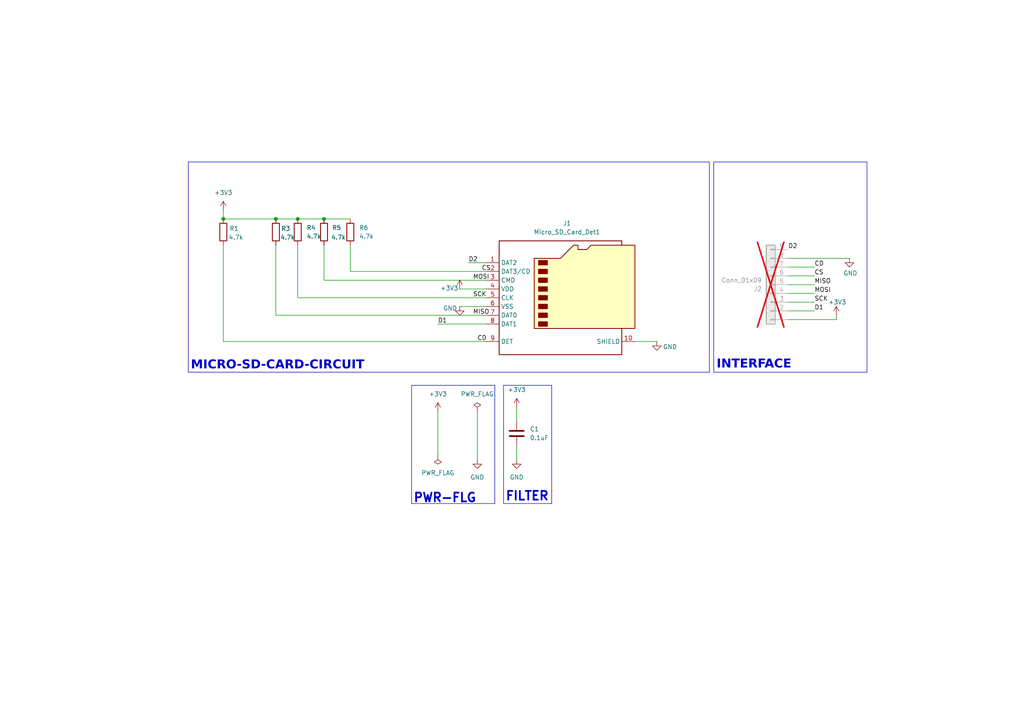
<source format=kicad_sch>
(kicad_sch
	(version 20250114)
	(generator "eeschema")
	(generator_version "9.0")
	(uuid "1e0fc3b1-6436-4547-9cb4-7d342b86d183")
	(paper "A4")
	(title_block
		(title "PCBCUPID-MICRO-SD-CARD")
		(date "2024-10-23")
		(rev "V1")
		(company "PCBCUPID")
		(comment 1 "REVIEW : SRINIVASAN M ")
		(comment 2 "AUTHOR : KARTHICK R")
	)
	(lib_symbols
		(symbol "Connector:Micro_SD_Card_Det1"
			(exclude_from_sim no)
			(in_bom yes)
			(on_board yes)
			(property "Reference" "J"
				(at -16.51 17.78 0)
				(effects
					(font
						(size 1.27 1.27)
					)
				)
			)
			(property "Value" "Micro_SD_Card_Det1"
				(at 16.51 17.78 0)
				(effects
					(font
						(size 1.27 1.27)
					)
					(justify right)
				)
			)
			(property "Footprint" ""
				(at 52.07 17.78 0)
				(effects
					(font
						(size 1.27 1.27)
					)
					(hide yes)
				)
			)
			(property "Datasheet" "https://datasheet.lcsc.com/lcsc/2110151630_XKB-Connectivity-XKTF-015-N_C381082.pdf"
				(at 0 2.54 0)
				(effects
					(font
						(size 1.27 1.27)
					)
					(hide yes)
				)
			)
			(property "Description" "Micro SD Card Socket with one card detection pin"
				(at 0 0 0)
				(effects
					(font
						(size 1.27 1.27)
					)
					(hide yes)
				)
			)
			(property "ki_keywords" "connector SD microsd"
				(at 0 0 0)
				(effects
					(font
						(size 1.27 1.27)
					)
					(hide yes)
				)
			)
			(property "ki_fp_filters" "microSD*"
				(at 0 0 0)
				(effects
					(font
						(size 1.27 1.27)
					)
					(hide yes)
				)
			)
			(symbol "Micro_SD_Card_Det1_0_1"
				(polyline
					(pts
						(xy -8.89 -8.89) (xy -8.89 11.43) (xy -1.27 11.43) (xy 2.54 15.24) (xy 3.81 15.24) (xy 3.81 13.97)
						(xy 6.35 13.97) (xy 7.62 15.24) (xy 20.32 15.24) (xy 20.32 -8.89) (xy -8.89 -8.89)
					)
					(stroke
						(width 0.254)
						(type default)
					)
					(fill
						(type background)
					)
				)
				(rectangle
					(start -7.62 10.795)
					(end -5.08 9.525)
					(stroke
						(width 0.254)
						(type default)
					)
					(fill
						(type outline)
					)
				)
				(rectangle
					(start -7.62 8.255)
					(end -5.08 6.985)
					(stroke
						(width 0.254)
						(type default)
					)
					(fill
						(type outline)
					)
				)
				(rectangle
					(start -7.62 5.715)
					(end -5.08 4.445)
					(stroke
						(width 0.254)
						(type default)
					)
					(fill
						(type outline)
					)
				)
				(rectangle
					(start -7.62 3.175)
					(end -5.08 1.905)
					(stroke
						(width 0.254)
						(type default)
					)
					(fill
						(type outline)
					)
				)
				(rectangle
					(start -7.62 0.635)
					(end -5.08 -0.635)
					(stroke
						(width 0.254)
						(type default)
					)
					(fill
						(type outline)
					)
				)
				(rectangle
					(start -7.62 -1.905)
					(end -5.08 -3.175)
					(stroke
						(width 0.254)
						(type default)
					)
					(fill
						(type outline)
					)
				)
				(rectangle
					(start -7.62 -4.445)
					(end -5.08 -5.715)
					(stroke
						(width 0.254)
						(type default)
					)
					(fill
						(type outline)
					)
				)
				(rectangle
					(start -7.62 -6.985)
					(end -5.08 -8.255)
					(stroke
						(width 0.254)
						(type default)
					)
					(fill
						(type outline)
					)
				)
				(polyline
					(pts
						(xy 16.51 15.24) (xy 16.51 16.51) (xy -19.05 16.51) (xy -19.05 -16.51) (xy 16.51 -16.51) (xy 16.51 -8.89)
					)
					(stroke
						(width 0.254)
						(type default)
					)
					(fill
						(type none)
					)
				)
			)
			(symbol "Micro_SD_Card_Det1_1_1"
				(pin bidirectional line
					(at -22.86 10.16 0)
					(length 3.81)
					(name "DAT2"
						(effects
							(font
								(size 1.27 1.27)
							)
						)
					)
					(number "1"
						(effects
							(font
								(size 1.27 1.27)
							)
						)
					)
				)
				(pin bidirectional line
					(at -22.86 7.62 0)
					(length 3.81)
					(name "DAT3/CD"
						(effects
							(font
								(size 1.27 1.27)
							)
						)
					)
					(number "2"
						(effects
							(font
								(size 1.27 1.27)
							)
						)
					)
				)
				(pin input line
					(at -22.86 5.08 0)
					(length 3.81)
					(name "CMD"
						(effects
							(font
								(size 1.27 1.27)
							)
						)
					)
					(number "3"
						(effects
							(font
								(size 1.27 1.27)
							)
						)
					)
				)
				(pin power_in line
					(at -22.86 2.54 0)
					(length 3.81)
					(name "VDD"
						(effects
							(font
								(size 1.27 1.27)
							)
						)
					)
					(number "4"
						(effects
							(font
								(size 1.27 1.27)
							)
						)
					)
				)
				(pin input line
					(at -22.86 0 0)
					(length 3.81)
					(name "CLK"
						(effects
							(font
								(size 1.27 1.27)
							)
						)
					)
					(number "5"
						(effects
							(font
								(size 1.27 1.27)
							)
						)
					)
				)
				(pin power_in line
					(at -22.86 -2.54 0)
					(length 3.81)
					(name "VSS"
						(effects
							(font
								(size 1.27 1.27)
							)
						)
					)
					(number "6"
						(effects
							(font
								(size 1.27 1.27)
							)
						)
					)
				)
				(pin bidirectional line
					(at -22.86 -5.08 0)
					(length 3.81)
					(name "DAT0"
						(effects
							(font
								(size 1.27 1.27)
							)
						)
					)
					(number "7"
						(effects
							(font
								(size 1.27 1.27)
							)
						)
					)
				)
				(pin bidirectional line
					(at -22.86 -7.62 0)
					(length 3.81)
					(name "DAT1"
						(effects
							(font
								(size 1.27 1.27)
							)
						)
					)
					(number "8"
						(effects
							(font
								(size 1.27 1.27)
							)
						)
					)
				)
				(pin passive line
					(at -22.86 -12.7 0)
					(length 3.81)
					(name "DET"
						(effects
							(font
								(size 1.27 1.27)
							)
						)
					)
					(number "9"
						(effects
							(font
								(size 1.27 1.27)
							)
						)
					)
				)
				(pin passive line
					(at 20.32 -12.7 180)
					(length 3.81)
					(name "SHIELD"
						(effects
							(font
								(size 1.27 1.27)
							)
						)
					)
					(number "10"
						(effects
							(font
								(size 1.27 1.27)
							)
						)
					)
				)
			)
			(embedded_fonts no)
		)
		(symbol "Connector_Generic:Conn_01x09"
			(pin_names
				(offset 1.016)
				(hide yes)
			)
			(exclude_from_sim no)
			(in_bom yes)
			(on_board yes)
			(property "Reference" "J"
				(at 0 12.7 0)
				(effects
					(font
						(size 1.27 1.27)
					)
				)
			)
			(property "Value" "Conn_01x09"
				(at 0 -12.7 0)
				(effects
					(font
						(size 1.27 1.27)
					)
				)
			)
			(property "Footprint" ""
				(at 0 0 0)
				(effects
					(font
						(size 1.27 1.27)
					)
					(hide yes)
				)
			)
			(property "Datasheet" "~"
				(at 0 0 0)
				(effects
					(font
						(size 1.27 1.27)
					)
					(hide yes)
				)
			)
			(property "Description" "Generic connector, single row, 01x09, script generated (kicad-library-utils/schlib/autogen/connector/)"
				(at 0 0 0)
				(effects
					(font
						(size 1.27 1.27)
					)
					(hide yes)
				)
			)
			(property "ki_keywords" "connector"
				(at 0 0 0)
				(effects
					(font
						(size 1.27 1.27)
					)
					(hide yes)
				)
			)
			(property "ki_fp_filters" "Connector*:*_1x??_*"
				(at 0 0 0)
				(effects
					(font
						(size 1.27 1.27)
					)
					(hide yes)
				)
			)
			(symbol "Conn_01x09_1_1"
				(rectangle
					(start -1.27 11.43)
					(end 1.27 -11.43)
					(stroke
						(width 0.254)
						(type default)
					)
					(fill
						(type background)
					)
				)
				(rectangle
					(start -1.27 10.287)
					(end 0 10.033)
					(stroke
						(width 0.1524)
						(type default)
					)
					(fill
						(type none)
					)
				)
				(rectangle
					(start -1.27 7.747)
					(end 0 7.493)
					(stroke
						(width 0.1524)
						(type default)
					)
					(fill
						(type none)
					)
				)
				(rectangle
					(start -1.27 5.207)
					(end 0 4.953)
					(stroke
						(width 0.1524)
						(type default)
					)
					(fill
						(type none)
					)
				)
				(rectangle
					(start -1.27 2.667)
					(end 0 2.413)
					(stroke
						(width 0.1524)
						(type default)
					)
					(fill
						(type none)
					)
				)
				(rectangle
					(start -1.27 0.127)
					(end 0 -0.127)
					(stroke
						(width 0.1524)
						(type default)
					)
					(fill
						(type none)
					)
				)
				(rectangle
					(start -1.27 -2.413)
					(end 0 -2.667)
					(stroke
						(width 0.1524)
						(type default)
					)
					(fill
						(type none)
					)
				)
				(rectangle
					(start -1.27 -4.953)
					(end 0 -5.207)
					(stroke
						(width 0.1524)
						(type default)
					)
					(fill
						(type none)
					)
				)
				(rectangle
					(start -1.27 -7.493)
					(end 0 -7.747)
					(stroke
						(width 0.1524)
						(type default)
					)
					(fill
						(type none)
					)
				)
				(rectangle
					(start -1.27 -10.033)
					(end 0 -10.287)
					(stroke
						(width 0.1524)
						(type default)
					)
					(fill
						(type none)
					)
				)
				(pin passive line
					(at -5.08 10.16 0)
					(length 3.81)
					(name "Pin_1"
						(effects
							(font
								(size 1.27 1.27)
							)
						)
					)
					(number "1"
						(effects
							(font
								(size 1.27 1.27)
							)
						)
					)
				)
				(pin passive line
					(at -5.08 7.62 0)
					(length 3.81)
					(name "Pin_2"
						(effects
							(font
								(size 1.27 1.27)
							)
						)
					)
					(number "2"
						(effects
							(font
								(size 1.27 1.27)
							)
						)
					)
				)
				(pin passive line
					(at -5.08 5.08 0)
					(length 3.81)
					(name "Pin_3"
						(effects
							(font
								(size 1.27 1.27)
							)
						)
					)
					(number "3"
						(effects
							(font
								(size 1.27 1.27)
							)
						)
					)
				)
				(pin passive line
					(at -5.08 2.54 0)
					(length 3.81)
					(name "Pin_4"
						(effects
							(font
								(size 1.27 1.27)
							)
						)
					)
					(number "4"
						(effects
							(font
								(size 1.27 1.27)
							)
						)
					)
				)
				(pin passive line
					(at -5.08 0 0)
					(length 3.81)
					(name "Pin_5"
						(effects
							(font
								(size 1.27 1.27)
							)
						)
					)
					(number "5"
						(effects
							(font
								(size 1.27 1.27)
							)
						)
					)
				)
				(pin passive line
					(at -5.08 -2.54 0)
					(length 3.81)
					(name "Pin_6"
						(effects
							(font
								(size 1.27 1.27)
							)
						)
					)
					(number "6"
						(effects
							(font
								(size 1.27 1.27)
							)
						)
					)
				)
				(pin passive line
					(at -5.08 -5.08 0)
					(length 3.81)
					(name "Pin_7"
						(effects
							(font
								(size 1.27 1.27)
							)
						)
					)
					(number "7"
						(effects
							(font
								(size 1.27 1.27)
							)
						)
					)
				)
				(pin passive line
					(at -5.08 -7.62 0)
					(length 3.81)
					(name "Pin_8"
						(effects
							(font
								(size 1.27 1.27)
							)
						)
					)
					(number "8"
						(effects
							(font
								(size 1.27 1.27)
							)
						)
					)
				)
				(pin passive line
					(at -5.08 -10.16 0)
					(length 3.81)
					(name "Pin_9"
						(effects
							(font
								(size 1.27 1.27)
							)
						)
					)
					(number "9"
						(effects
							(font
								(size 1.27 1.27)
							)
						)
					)
				)
			)
			(embedded_fonts no)
		)
		(symbol "Device:C"
			(pin_numbers
				(hide yes)
			)
			(pin_names
				(offset 0.254)
			)
			(exclude_from_sim no)
			(in_bom yes)
			(on_board yes)
			(property "Reference" "C"
				(at 0.635 2.54 0)
				(effects
					(font
						(size 1.27 1.27)
					)
					(justify left)
				)
			)
			(property "Value" "C"
				(at 0.635 -2.54 0)
				(effects
					(font
						(size 1.27 1.27)
					)
					(justify left)
				)
			)
			(property "Footprint" ""
				(at 0.9652 -3.81 0)
				(effects
					(font
						(size 1.27 1.27)
					)
					(hide yes)
				)
			)
			(property "Datasheet" "~"
				(at 0 0 0)
				(effects
					(font
						(size 1.27 1.27)
					)
					(hide yes)
				)
			)
			(property "Description" "Unpolarized capacitor"
				(at 0 0 0)
				(effects
					(font
						(size 1.27 1.27)
					)
					(hide yes)
				)
			)
			(property "ki_keywords" "cap capacitor"
				(at 0 0 0)
				(effects
					(font
						(size 1.27 1.27)
					)
					(hide yes)
				)
			)
			(property "ki_fp_filters" "C_*"
				(at 0 0 0)
				(effects
					(font
						(size 1.27 1.27)
					)
					(hide yes)
				)
			)
			(symbol "C_0_1"
				(polyline
					(pts
						(xy -2.032 0.762) (xy 2.032 0.762)
					)
					(stroke
						(width 0.508)
						(type default)
					)
					(fill
						(type none)
					)
				)
				(polyline
					(pts
						(xy -2.032 -0.762) (xy 2.032 -0.762)
					)
					(stroke
						(width 0.508)
						(type default)
					)
					(fill
						(type none)
					)
				)
			)
			(symbol "C_1_1"
				(pin passive line
					(at 0 3.81 270)
					(length 2.794)
					(name "~"
						(effects
							(font
								(size 1.27 1.27)
							)
						)
					)
					(number "1"
						(effects
							(font
								(size 1.27 1.27)
							)
						)
					)
				)
				(pin passive line
					(at 0 -3.81 90)
					(length 2.794)
					(name "~"
						(effects
							(font
								(size 1.27 1.27)
							)
						)
					)
					(number "2"
						(effects
							(font
								(size 1.27 1.27)
							)
						)
					)
				)
			)
			(embedded_fonts no)
		)
		(symbol "Device:R"
			(pin_numbers
				(hide yes)
			)
			(pin_names
				(offset 0)
			)
			(exclude_from_sim no)
			(in_bom yes)
			(on_board yes)
			(property "Reference" "R"
				(at 2.032 0 90)
				(effects
					(font
						(size 1.27 1.27)
					)
				)
			)
			(property "Value" "R"
				(at 0 0 90)
				(effects
					(font
						(size 1.27 1.27)
					)
				)
			)
			(property "Footprint" ""
				(at -1.778 0 90)
				(effects
					(font
						(size 1.27 1.27)
					)
					(hide yes)
				)
			)
			(property "Datasheet" "~"
				(at 0 0 0)
				(effects
					(font
						(size 1.27 1.27)
					)
					(hide yes)
				)
			)
			(property "Description" "Resistor"
				(at 0 0 0)
				(effects
					(font
						(size 1.27 1.27)
					)
					(hide yes)
				)
			)
			(property "ki_keywords" "R res resistor"
				(at 0 0 0)
				(effects
					(font
						(size 1.27 1.27)
					)
					(hide yes)
				)
			)
			(property "ki_fp_filters" "R_*"
				(at 0 0 0)
				(effects
					(font
						(size 1.27 1.27)
					)
					(hide yes)
				)
			)
			(symbol "R_0_1"
				(rectangle
					(start -1.016 -2.54)
					(end 1.016 2.54)
					(stroke
						(width 0.254)
						(type default)
					)
					(fill
						(type none)
					)
				)
			)
			(symbol "R_1_1"
				(pin passive line
					(at 0 3.81 270)
					(length 1.27)
					(name "~"
						(effects
							(font
								(size 1.27 1.27)
							)
						)
					)
					(number "1"
						(effects
							(font
								(size 1.27 1.27)
							)
						)
					)
				)
				(pin passive line
					(at 0 -3.81 90)
					(length 1.27)
					(name "~"
						(effects
							(font
								(size 1.27 1.27)
							)
						)
					)
					(number "2"
						(effects
							(font
								(size 1.27 1.27)
							)
						)
					)
				)
			)
			(embedded_fonts no)
		)
		(symbol "power:+3V3"
			(power)
			(pin_numbers
				(hide yes)
			)
			(pin_names
				(offset 0)
				(hide yes)
			)
			(exclude_from_sim no)
			(in_bom yes)
			(on_board yes)
			(property "Reference" "#PWR"
				(at 0 -3.81 0)
				(effects
					(font
						(size 1.27 1.27)
					)
					(hide yes)
				)
			)
			(property "Value" "+3V3"
				(at 0 3.556 0)
				(effects
					(font
						(size 1.27 1.27)
					)
				)
			)
			(property "Footprint" ""
				(at 0 0 0)
				(effects
					(font
						(size 1.27 1.27)
					)
					(hide yes)
				)
			)
			(property "Datasheet" ""
				(at 0 0 0)
				(effects
					(font
						(size 1.27 1.27)
					)
					(hide yes)
				)
			)
			(property "Description" "Power symbol creates a global label with name \"+3V3\""
				(at 0 0 0)
				(effects
					(font
						(size 1.27 1.27)
					)
					(hide yes)
				)
			)
			(property "ki_keywords" "global power"
				(at 0 0 0)
				(effects
					(font
						(size 1.27 1.27)
					)
					(hide yes)
				)
			)
			(symbol "+3V3_0_1"
				(polyline
					(pts
						(xy -0.762 1.27) (xy 0 2.54)
					)
					(stroke
						(width 0)
						(type default)
					)
					(fill
						(type none)
					)
				)
				(polyline
					(pts
						(xy 0 2.54) (xy 0.762 1.27)
					)
					(stroke
						(width 0)
						(type default)
					)
					(fill
						(type none)
					)
				)
				(polyline
					(pts
						(xy 0 0) (xy 0 2.54)
					)
					(stroke
						(width 0)
						(type default)
					)
					(fill
						(type none)
					)
				)
			)
			(symbol "+3V3_1_1"
				(pin power_in line
					(at 0 0 90)
					(length 0)
					(name "~"
						(effects
							(font
								(size 1.27 1.27)
							)
						)
					)
					(number "1"
						(effects
							(font
								(size 1.27 1.27)
							)
						)
					)
				)
			)
			(embedded_fonts no)
		)
		(symbol "power:GND"
			(power)
			(pin_numbers
				(hide yes)
			)
			(pin_names
				(offset 0)
				(hide yes)
			)
			(exclude_from_sim no)
			(in_bom yes)
			(on_board yes)
			(property "Reference" "#PWR"
				(at 0 -6.35 0)
				(effects
					(font
						(size 1.27 1.27)
					)
					(hide yes)
				)
			)
			(property "Value" "GND"
				(at 0 -3.81 0)
				(effects
					(font
						(size 1.27 1.27)
					)
				)
			)
			(property "Footprint" ""
				(at 0 0 0)
				(effects
					(font
						(size 1.27 1.27)
					)
					(hide yes)
				)
			)
			(property "Datasheet" ""
				(at 0 0 0)
				(effects
					(font
						(size 1.27 1.27)
					)
					(hide yes)
				)
			)
			(property "Description" "Power symbol creates a global label with name \"GND\" , ground"
				(at 0 0 0)
				(effects
					(font
						(size 1.27 1.27)
					)
					(hide yes)
				)
			)
			(property "ki_keywords" "global power"
				(at 0 0 0)
				(effects
					(font
						(size 1.27 1.27)
					)
					(hide yes)
				)
			)
			(symbol "GND_0_1"
				(polyline
					(pts
						(xy 0 0) (xy 0 -1.27) (xy 1.27 -1.27) (xy 0 -2.54) (xy -1.27 -1.27) (xy 0 -1.27)
					)
					(stroke
						(width 0)
						(type default)
					)
					(fill
						(type none)
					)
				)
			)
			(symbol "GND_1_1"
				(pin power_in line
					(at 0 0 270)
					(length 0)
					(name "~"
						(effects
							(font
								(size 1.27 1.27)
							)
						)
					)
					(number "1"
						(effects
							(font
								(size 1.27 1.27)
							)
						)
					)
				)
			)
			(embedded_fonts no)
		)
		(symbol "power:PWR_FLAG"
			(power)
			(pin_numbers
				(hide yes)
			)
			(pin_names
				(offset 0)
				(hide yes)
			)
			(exclude_from_sim no)
			(in_bom yes)
			(on_board yes)
			(property "Reference" "#FLG"
				(at 0 1.905 0)
				(effects
					(font
						(size 1.27 1.27)
					)
					(hide yes)
				)
			)
			(property "Value" "PWR_FLAG"
				(at 0 3.81 0)
				(effects
					(font
						(size 1.27 1.27)
					)
				)
			)
			(property "Footprint" ""
				(at 0 0 0)
				(effects
					(font
						(size 1.27 1.27)
					)
					(hide yes)
				)
			)
			(property "Datasheet" "~"
				(at 0 0 0)
				(effects
					(font
						(size 1.27 1.27)
					)
					(hide yes)
				)
			)
			(property "Description" "Special symbol for telling ERC where power comes from"
				(at 0 0 0)
				(effects
					(font
						(size 1.27 1.27)
					)
					(hide yes)
				)
			)
			(property "ki_keywords" "flag power"
				(at 0 0 0)
				(effects
					(font
						(size 1.27 1.27)
					)
					(hide yes)
				)
			)
			(symbol "PWR_FLAG_0_0"
				(pin power_out line
					(at 0 0 90)
					(length 0)
					(name "~"
						(effects
							(font
								(size 1.27 1.27)
							)
						)
					)
					(number "1"
						(effects
							(font
								(size 1.27 1.27)
							)
						)
					)
				)
			)
			(symbol "PWR_FLAG_0_1"
				(polyline
					(pts
						(xy 0 0) (xy 0 1.27) (xy -1.016 1.905) (xy 0 2.54) (xy 1.016 1.905) (xy 0 1.27)
					)
					(stroke
						(width 0)
						(type default)
					)
					(fill
						(type none)
					)
				)
			)
			(embedded_fonts no)
		)
	)
	(text "PWR-FLG"
		(exclude_from_sim no)
		(at 129.032 144.526 0)
		(effects
			(font
				(size 2.54 2.54)
				(thickness 0.508)
				(bold yes)
			)
		)
		(uuid "187c00ea-112d-4a2e-a15a-b7f52b8da40a")
	)
	(text "MICRO-SD-CARD-CIRCUIT"
		(exclude_from_sim no)
		(at 80.518 106.68 0)
		(effects
			(font
				(face "Lexend")
				(size 2.54 2.54)
				(thickness 0.508)
				(bold yes)
			)
		)
		(uuid "601181b0-69cb-462e-8c16-670055ce869a")
	)
	(text "INTERFACE"
		(exclude_from_sim no)
		(at 218.694 106.426 0)
		(effects
			(font
				(face "Lexend")
				(size 2.54 2.54)
				(thickness 0.254)
				(bold yes)
			)
		)
		(uuid "c07cb3e6-f88f-4f02-a196-ea6400eaac73")
	)
	(text "FILTER"
		(exclude_from_sim no)
		(at 152.908 144.018 0)
		(effects
			(font
				(size 2.54 2.54)
				(thickness 0.508)
				(bold yes)
			)
		)
		(uuid "ff9de06c-0a3d-4029-884d-cac305a96183")
	)
	(junction
		(at 64.77 63.5)
		(diameter 0)
		(color 0 0 0 0)
		(uuid "0765d465-ab73-4d59-b960-c32f3f4292b3")
	)
	(junction
		(at 86.36 63.5)
		(diameter 0)
		(color 0 0 0 0)
		(uuid "5e51e57d-0013-4404-ac3f-6e0ad4054f7b")
	)
	(junction
		(at 80.01 63.5)
		(diameter 0)
		(color 0 0 0 0)
		(uuid "804ebda1-e0b7-4dc9-8615-326443027551")
	)
	(junction
		(at 93.98 63.5)
		(diameter 0)
		(color 0 0 0 0)
		(uuid "f94a13c9-102e-45f9-b2a9-5572adf77c76")
	)
	(polyline
		(pts
			(xy 251.46 46.99) (xy 207.01 46.99)
		)
		(stroke
			(width 0)
			(type default)
		)
		(uuid "00db042e-b048-45fd-83cc-2e483da15163")
	)
	(wire
		(pts
			(xy 228.6 92.71) (xy 242.57 92.71)
		)
		(stroke
			(width 0)
			(type default)
		)
		(uuid "0a8a3c12-8804-4e97-b58a-3f60f8d74aaa")
	)
	(wire
		(pts
			(xy 236.22 87.63) (xy 228.6 87.63)
		)
		(stroke
			(width 0)
			(type default)
		)
		(uuid "0e0ccfa7-1e00-4b27-9ace-4a085a855ae4")
	)
	(wire
		(pts
			(xy 228.6 74.93) (xy 246.38 74.93)
		)
		(stroke
			(width 0)
			(type default)
		)
		(uuid "11598fca-dfca-489c-a39e-10ffc2bb848c")
	)
	(wire
		(pts
			(xy 236.22 85.09) (xy 228.6 85.09)
		)
		(stroke
			(width 0)
			(type default)
		)
		(uuid "12dd87fc-e2ce-48f4-aea6-b198a8586cc9")
	)
	(wire
		(pts
			(xy 236.22 77.47) (xy 228.6 77.47)
		)
		(stroke
			(width 0)
			(type default)
		)
		(uuid "138089a2-8348-4e44-bb98-bdb51fc6adee")
	)
	(polyline
		(pts
			(xy 207.01 46.99) (xy 207.01 48.26)
		)
		(stroke
			(width 0)
			(type default)
		)
		(uuid "1a2bacf0-397e-4f64-9ad9-8f8b118fe5f1")
	)
	(wire
		(pts
			(xy 135.89 76.2) (xy 140.97 76.2)
		)
		(stroke
			(width 0)
			(type default)
		)
		(uuid "257402bc-b6fb-464f-b5c9-b484c6e8fc02")
	)
	(polyline
		(pts
			(xy 54.61 46.99) (xy 205.74 46.99)
		)
		(stroke
			(width 0)
			(type default)
		)
		(uuid "2edd9735-b778-4370-814a-7463d84d09b2")
	)
	(polyline
		(pts
			(xy 119.38 111.76) (xy 119.38 146.05)
		)
		(stroke
			(width 0)
			(type default)
		)
		(uuid "30340239-746e-4d0c-af3a-ed9f39a43836")
	)
	(wire
		(pts
			(xy 86.36 63.5) (xy 93.98 63.5)
		)
		(stroke
			(width 0)
			(type default)
		)
		(uuid "351aec25-7414-484e-9828-27ca58a9f7b6")
	)
	(polyline
		(pts
			(xy 205.74 107.95) (xy 205.74 46.99)
		)
		(stroke
			(width 0)
			(type default)
		)
		(uuid "3c983b42-7789-4d3b-894a-fa837efb8dd8")
	)
	(wire
		(pts
			(xy 101.6 78.74) (xy 101.6 71.12)
		)
		(stroke
			(width 0)
			(type default)
		)
		(uuid "3eb7fdc5-2883-40c6-996a-ddfc7977ac4c")
	)
	(wire
		(pts
			(xy 140.97 91.44) (xy 80.01 91.44)
		)
		(stroke
			(width 0)
			(type default)
		)
		(uuid "46c3054e-0871-4047-af57-90d9b828a51b")
	)
	(wire
		(pts
			(xy 80.01 63.5) (xy 86.36 63.5)
		)
		(stroke
			(width 0)
			(type default)
		)
		(uuid "4f560a7c-24e6-403e-9de3-723f8efc6d71")
	)
	(polyline
		(pts
			(xy 160.02 146.05) (xy 160.02 111.76)
		)
		(stroke
			(width 0)
			(type default)
		)
		(uuid "4f7fae9b-5e22-4745-8238-20a2f56c5498")
	)
	(polyline
		(pts
			(xy 143.51 111.76) (xy 143.51 146.05)
		)
		(stroke
			(width 0)
			(type default)
		)
		(uuid "5122f905-b391-4caf-8758-23407970deb3")
	)
	(wire
		(pts
			(xy 140.97 86.36) (xy 86.36 86.36)
		)
		(stroke
			(width 0)
			(type default)
		)
		(uuid "5cb1a1fb-a64d-4bf5-b397-1c21138419ca")
	)
	(wire
		(pts
			(xy 93.98 63.5) (xy 101.6 63.5)
		)
		(stroke
			(width 0)
			(type default)
		)
		(uuid "5f91dce8-b787-42f3-b27f-fd5b14979a52")
	)
	(polyline
		(pts
			(xy 207.01 107.95) (xy 251.46 107.95)
		)
		(stroke
			(width 0)
			(type default)
		)
		(uuid "60756197-80e5-4e04-be29-3292aa1cdd2f")
	)
	(polyline
		(pts
			(xy 207.01 48.26) (xy 207.01 107.95)
		)
		(stroke
			(width 0)
			(type default)
		)
		(uuid "61f775d7-d8be-4a79-bc8a-ce143ce385ee")
	)
	(polyline
		(pts
			(xy 146.05 111.76) (xy 146.05 146.05)
		)
		(stroke
			(width 0)
			(type default)
		)
		(uuid "63695874-8d09-40e5-b689-f2ddda83d3c1")
	)
	(wire
		(pts
			(xy 138.43 119.38) (xy 138.43 133.35)
		)
		(stroke
			(width 0)
			(type default)
		)
		(uuid "6542c4f6-1e48-4603-bc7c-099776ff818e")
	)
	(wire
		(pts
			(xy 133.35 83.82) (xy 140.97 83.82)
		)
		(stroke
			(width 0)
			(type default)
		)
		(uuid "6b47fbd1-8c5a-4eb5-bd7c-8a4dedf1881a")
	)
	(wire
		(pts
			(xy 64.77 63.5) (xy 80.01 63.5)
		)
		(stroke
			(width 0)
			(type default)
		)
		(uuid "70540946-401c-410a-9f8a-5190e4d83c24")
	)
	(wire
		(pts
			(xy 86.36 86.36) (xy 86.36 71.12)
		)
		(stroke
			(width 0)
			(type default)
		)
		(uuid "70e91e13-388d-4098-86da-cd01c414c712")
	)
	(polyline
		(pts
			(xy 119.38 146.05) (xy 143.51 146.05)
		)
		(stroke
			(width 0)
			(type default)
		)
		(uuid "83307263-72be-428f-8c67-2e57da850ddd")
	)
	(wire
		(pts
			(xy 236.22 82.55) (xy 228.6 82.55)
		)
		(stroke
			(width 0)
			(type default)
		)
		(uuid "859e3800-d3b6-4fcf-b7c2-d49d24b8225b")
	)
	(wire
		(pts
			(xy 140.97 99.06) (xy 64.77 99.06)
		)
		(stroke
			(width 0)
			(type default)
		)
		(uuid "8666c8b8-655c-47e3-960a-436bf26c5480")
	)
	(wire
		(pts
			(xy 140.97 81.28) (xy 93.98 81.28)
		)
		(stroke
			(width 0)
			(type default)
		)
		(uuid "8fada731-45af-472e-b4ab-31f3af4a1ee8")
	)
	(wire
		(pts
			(xy 184.15 99.06) (xy 190.5 99.06)
		)
		(stroke
			(width 0)
			(type default)
		)
		(uuid "90dc8a51-30ef-42c5-8331-5df283d1e2e8")
	)
	(wire
		(pts
			(xy 127 119.38) (xy 127 132.08)
		)
		(stroke
			(width 0)
			(type default)
		)
		(uuid "90e62f2b-d5fc-4840-ade4-768324a37638")
	)
	(wire
		(pts
			(xy 149.86 118.11) (xy 149.86 121.92)
		)
		(stroke
			(width 0)
			(type default)
		)
		(uuid "a377a687-f30b-4816-b75a-81db778d4853")
	)
	(wire
		(pts
			(xy 64.77 99.06) (xy 64.77 71.12)
		)
		(stroke
			(width 0)
			(type default)
		)
		(uuid "a67928dc-2ab2-4766-9141-25cd180f1860")
	)
	(wire
		(pts
			(xy 93.98 81.28) (xy 93.98 71.12)
		)
		(stroke
			(width 0)
			(type default)
		)
		(uuid "a85c4fb6-7c3c-472d-bec7-e232ce93929e")
	)
	(wire
		(pts
			(xy 133.35 88.9) (xy 140.97 88.9)
		)
		(stroke
			(width 0)
			(type default)
		)
		(uuid "b349cc9a-1850-459d-ad13-4c2f83e87daf")
	)
	(polyline
		(pts
			(xy 54.61 46.99) (xy 54.61 107.95)
		)
		(stroke
			(width 0)
			(type default)
		)
		(uuid "b9b14df3-cb8e-435f-b96d-432b83ba998f")
	)
	(wire
		(pts
			(xy 242.57 92.71) (xy 242.57 91.44)
		)
		(stroke
			(width 0)
			(type default)
		)
		(uuid "bb41c7f3-ca48-452a-bd66-dfe4657bae47")
	)
	(wire
		(pts
			(xy 80.01 91.44) (xy 80.01 71.12)
		)
		(stroke
			(width 0)
			(type default)
		)
		(uuid "bc99f4c8-1d38-4748-8940-b33dd7bb0e05")
	)
	(wire
		(pts
			(xy 140.97 78.74) (xy 101.6 78.74)
		)
		(stroke
			(width 0)
			(type default)
		)
		(uuid "bef273e7-2240-4096-96eb-0f44fc119dc8")
	)
	(wire
		(pts
			(xy 236.22 80.01) (xy 228.6 80.01)
		)
		(stroke
			(width 0)
			(type default)
		)
		(uuid "d315ab80-5e2d-4b70-9be9-a5b3f3ff9205")
	)
	(polyline
		(pts
			(xy 251.46 107.95) (xy 251.46 46.99)
		)
		(stroke
			(width 0)
			(type default)
		)
		(uuid "d3a01496-59f4-4960-ac1f-39f1f6ff1cd3")
	)
	(wire
		(pts
			(xy 64.77 60.96) (xy 64.77 63.5)
		)
		(stroke
			(width 0)
			(type default)
		)
		(uuid "d61cc4de-bfad-4607-9139-70732e137198")
	)
	(wire
		(pts
			(xy 127 93.98) (xy 140.97 93.98)
		)
		(stroke
			(width 0)
			(type default)
		)
		(uuid "d8ae307c-5953-4318-b73c-e42b092b08fc")
	)
	(polyline
		(pts
			(xy 146.05 146.05) (xy 160.02 146.05)
		)
		(stroke
			(width 0)
			(type default)
		)
		(uuid "da7bbf90-4dfb-44c4-9c5c-6aaf12685d24")
	)
	(polyline
		(pts
			(xy 146.05 111.76) (xy 160.02 111.76)
		)
		(stroke
			(width 0)
			(type default)
		)
		(uuid "dcb4f92e-2e05-45e4-98b7-c09cd3d691bf")
	)
	(wire
		(pts
			(xy 149.86 129.54) (xy 149.86 133.35)
		)
		(stroke
			(width 0)
			(type default)
		)
		(uuid "e3b4f874-909b-41c5-9de2-c85a3e558453")
	)
	(polyline
		(pts
			(xy 54.61 107.95) (xy 205.74 107.95)
		)
		(stroke
			(width 0)
			(type default)
		)
		(uuid "e70592de-0848-4da2-9858-5ed4aa4e2e88")
	)
	(wire
		(pts
			(xy 236.22 90.17) (xy 228.6 90.17)
		)
		(stroke
			(width 0)
			(type default)
		)
		(uuid "ee586f3d-2026-4b1f-ac2f-ef9ebf06c726")
	)
	(polyline
		(pts
			(xy 119.38 111.76) (xy 143.51 111.76)
		)
		(stroke
			(width 0)
			(type default)
		)
		(uuid "f6bbf027-5695-4083-95f8-5aaf7bd27160")
	)
	(label "D1"
		(at 236.22 90.17 0)
		(effects
			(font
				(size 1.27 1.27)
			)
			(justify left bottom)
		)
		(uuid "0d15e71f-7309-4561-ab6e-8e9f086fdbf1")
	)
	(label "D2"
		(at 228.6 72.39 0)
		(effects
			(font
				(size 1.27 1.27)
			)
			(justify left bottom)
		)
		(uuid "0fb2fb06-67fb-43e1-8e30-850cc28203a4")
	)
	(label "D2"
		(at 135.89 76.2 0)
		(effects
			(font
				(size 1.27 1.27)
			)
			(justify left bottom)
		)
		(uuid "1b449248-689c-4cf9-9769-930fd7cd54a6")
	)
	(label "SCK"
		(at 236.22 87.63 0)
		(effects
			(font
				(size 1.27 1.27)
			)
			(justify left bottom)
		)
		(uuid "52eabbcd-a591-4b18-84e1-e152ded6febb")
	)
	(label "CD"
		(at 138.43 99.06 0)
		(effects
			(font
				(size 1.27 1.27)
			)
			(justify left bottom)
		)
		(uuid "64afa682-1a28-4769-9c21-e47400e3f0b1")
	)
	(label "D1"
		(at 127 93.98 0)
		(effects
			(font
				(size 1.27 1.27)
			)
			(justify left bottom)
		)
		(uuid "78e9645b-dc49-4172-bfd1-7cae6f4ff181")
	)
	(label "MOSI"
		(at 236.22 85.09 0)
		(effects
			(font
				(size 1.27 1.27)
			)
			(justify left bottom)
		)
		(uuid "9778077f-24a1-4222-87f1-3caaeb783355")
	)
	(label "SCK"
		(at 137.16 86.36 0)
		(effects
			(font
				(size 1.27 1.27)
			)
			(justify left bottom)
		)
		(uuid "9c616b7e-50d5-43e8-83bd-f69c7509f9d1")
	)
	(label "MISO"
		(at 236.22 82.55 0)
		(effects
			(font
				(size 1.27 1.27)
			)
			(justify left bottom)
		)
		(uuid "b36bc461-8bc2-41d4-baa0-93ace65cc3cb")
	)
	(label "CS"
		(at 139.7 78.74 0)
		(effects
			(font
				(size 1.27 1.27)
			)
			(justify left bottom)
		)
		(uuid "ba3375b9-0e8d-4d89-aa3e-c72284f68eb8")
	)
	(label "MISO"
		(at 137.16 91.44 0)
		(effects
			(font
				(size 1.27 1.27)
			)
			(justify left bottom)
		)
		(uuid "d15d2eae-8d9c-4f2c-ab38-68adc1283b10")
	)
	(label "CD"
		(at 236.22 77.47 0)
		(effects
			(font
				(size 1.27 1.27)
			)
			(justify left bottom)
		)
		(uuid "d6488b37-896d-423c-894f-1aa18fedb220")
	)
	(label "CS"
		(at 236.22 80.01 0)
		(effects
			(font
				(size 1.27 1.27)
			)
			(justify left bottom)
		)
		(uuid "e1d804c2-44ca-486f-bf8f-bd16947fc903")
	)
	(label "MOSI"
		(at 137.16 81.28 0)
		(effects
			(font
				(size 1.27 1.27)
			)
			(justify left bottom)
		)
		(uuid "f51bb1fb-4aea-4b4d-9621-37756c86d843")
	)
	(symbol
		(lib_id "Device:R")
		(at 86.36 67.31 0)
		(unit 1)
		(exclude_from_sim no)
		(in_bom yes)
		(on_board yes)
		(dnp no)
		(fields_autoplaced yes)
		(uuid "082ef68d-4aa0-4846-b594-09218469fee6")
		(property "Reference" "R4"
			(at 88.9 66.0399 0)
			(effects
				(font
					(size 1.27 1.27)
				)
				(justify left)
			)
		)
		(property "Value" "4.7k"
			(at 88.9 68.5799 0)
			(effects
				(font
					(size 1.27 1.27)
				)
				(justify left)
			)
		)
		(property "Footprint" "Resistor_SMD:R_0603_1608Metric"
			(at 84.582 67.31 90)
			(effects
				(font
					(size 1.27 1.27)
				)
				(hide yes)
			)
		)
		(property "Datasheet" "~"
			(at 86.36 67.31 0)
			(effects
				(font
					(size 1.27 1.27)
				)
				(hide yes)
			)
		)
		(property "Description" "Resistor"
			(at 86.36 67.31 0)
			(effects
				(font
					(size 1.27 1.27)
				)
				(hide yes)
			)
		)
		(property "MP" "RC0603JR-074K7P"
			(at 86.36 67.31 0)
			(effects
				(font
					(size 1.27 1.27)
				)
				(hide yes)
			)
		)
		(pin "2"
			(uuid "0a687a12-1797-4da4-9909-4092260133e3")
		)
		(pin "1"
			(uuid "94ea0aa1-22c0-495b-b189-184e2870044d")
		)
		(instances
			(project "PCBCUPID-MICRO-SD-CARD"
				(path "/1e0fc3b1-6436-4547-9cb4-7d342b86d183"
					(reference "R4")
					(unit 1)
				)
			)
		)
	)
	(symbol
		(lib_id "power:+3V3")
		(at 133.35 83.82 0)
		(unit 1)
		(exclude_from_sim no)
		(in_bom yes)
		(on_board yes)
		(dnp no)
		(uuid "1391298e-fd61-4e4e-bce0-c266013cc1d4")
		(property "Reference" "#PWR03"
			(at 133.35 87.63 0)
			(effects
				(font
					(size 1.27 1.27)
				)
				(hide yes)
			)
		)
		(property "Value" "+3V3"
			(at 130.302 83.566 0)
			(effects
				(font
					(size 1.27 1.27)
				)
			)
		)
		(property "Footprint" ""
			(at 133.35 83.82 0)
			(effects
				(font
					(size 1.27 1.27)
				)
				(hide yes)
			)
		)
		(property "Datasheet" ""
			(at 133.35 83.82 0)
			(effects
				(font
					(size 1.27 1.27)
				)
				(hide yes)
			)
		)
		(property "Description" "Power symbol creates a global label with name \"+3V3\""
			(at 133.35 83.82 0)
			(effects
				(font
					(size 1.27 1.27)
				)
				(hide yes)
			)
		)
		(pin "1"
			(uuid "cbd257a8-4820-4898-bd94-b6c07ddd17ff")
		)
		(instances
			(project "PCBCUPID-MICRO-SD-CARD"
				(path "/1e0fc3b1-6436-4547-9cb4-7d342b86d183"
					(reference "#PWR03")
					(unit 1)
				)
			)
		)
	)
	(symbol
		(lib_id "power:+3V3")
		(at 242.57 91.44 0)
		(unit 1)
		(exclude_from_sim no)
		(in_bom yes)
		(on_board yes)
		(dnp no)
		(uuid "1404450c-5ef1-4294-88c5-15f95b3ca011")
		(property "Reference" "#PWR011"
			(at 242.57 95.25 0)
			(effects
				(font
					(size 1.27 1.27)
				)
				(hide yes)
			)
		)
		(property "Value" "+3V3"
			(at 242.824 87.63 0)
			(effects
				(font
					(size 1.27 1.27)
				)
			)
		)
		(property "Footprint" ""
			(at 242.57 91.44 0)
			(effects
				(font
					(size 1.27 1.27)
				)
				(hide yes)
			)
		)
		(property "Datasheet" ""
			(at 242.57 91.44 0)
			(effects
				(font
					(size 1.27 1.27)
				)
				(hide yes)
			)
		)
		(property "Description" "Power symbol creates a global label with name \"+3V3\""
			(at 242.57 91.44 0)
			(effects
				(font
					(size 1.27 1.27)
				)
				(hide yes)
			)
		)
		(pin "1"
			(uuid "08c6e260-47f7-4f18-ba14-95f92eb7a736")
		)
		(instances
			(project "PCBCUPID-MICRO-SD-CARD"
				(path "/1e0fc3b1-6436-4547-9cb4-7d342b86d183"
					(reference "#PWR011")
					(unit 1)
				)
			)
		)
	)
	(symbol
		(lib_id "power:GND")
		(at 133.35 88.9 0)
		(unit 1)
		(exclude_from_sim no)
		(in_bom yes)
		(on_board yes)
		(dnp no)
		(uuid "21e5c5b3-459b-4bf1-b561-78ed254bbd11")
		(property "Reference" "#PWR04"
			(at 133.35 95.25 0)
			(effects
				(font
					(size 1.27 1.27)
				)
				(hide yes)
			)
		)
		(property "Value" "GND"
			(at 130.556 89.408 0)
			(effects
				(font
					(size 1.27 1.27)
				)
			)
		)
		(property "Footprint" ""
			(at 133.35 88.9 0)
			(effects
				(font
					(size 1.27 1.27)
				)
				(hide yes)
			)
		)
		(property "Datasheet" ""
			(at 133.35 88.9 0)
			(effects
				(font
					(size 1.27 1.27)
				)
				(hide yes)
			)
		)
		(property "Description" "Power symbol creates a global label with name \"GND\" , ground"
			(at 133.35 88.9 0)
			(effects
				(font
					(size 1.27 1.27)
				)
				(hide yes)
			)
		)
		(pin "1"
			(uuid "45de9a1d-ba9e-4f8d-ae0b-4f8b849915d2")
		)
		(instances
			(project "PCBCUPID-MICRO-SD-CARD"
				(path "/1e0fc3b1-6436-4547-9cb4-7d342b86d183"
					(reference "#PWR04")
					(unit 1)
				)
			)
		)
	)
	(symbol
		(lib_id "Device:R")
		(at 64.77 67.31 180)
		(unit 1)
		(exclude_from_sim no)
		(in_bom yes)
		(on_board yes)
		(dnp no)
		(uuid "49f727f4-1331-49ec-9fdd-1fe2ca4ee3ac")
		(property "Reference" "R1"
			(at 66.548 66.294 0)
			(effects
				(font
					(size 1.27 1.27)
				)
				(justify right)
			)
		)
		(property "Value" "4.7k"
			(at 66.294 68.834 0)
			(effects
				(font
					(size 1.27 1.27)
				)
				(justify right)
			)
		)
		(property "Footprint" "Resistor_SMD:R_0603_1608Metric"
			(at 66.548 67.31 90)
			(effects
				(font
					(size 1.27 1.27)
				)
				(hide yes)
			)
		)
		(property "Datasheet" "~"
			(at 64.77 67.31 0)
			(effects
				(font
					(size 1.27 1.27)
				)
				(hide yes)
			)
		)
		(property "Description" "Resistor"
			(at 64.77 67.31 0)
			(effects
				(font
					(size 1.27 1.27)
				)
				(hide yes)
			)
		)
		(property "MP" "RC0603JR-074K7P"
			(at 64.77 67.31 0)
			(effects
				(font
					(size 1.27 1.27)
				)
				(hide yes)
			)
		)
		(pin "2"
			(uuid "3f7c5828-08be-41c3-adf7-03d3da9fdf5f")
		)
		(pin "1"
			(uuid "1ec8b4ec-3b37-4d32-a345-8e4078b55a45")
		)
		(instances
			(project "PCBCUPID-MICRO-SD-CARD"
				(path "/1e0fc3b1-6436-4547-9cb4-7d342b86d183"
					(reference "R1")
					(unit 1)
				)
			)
		)
	)
	(symbol
		(lib_id "Device:R")
		(at 93.98 67.31 0)
		(unit 1)
		(exclude_from_sim no)
		(in_bom yes)
		(on_board yes)
		(dnp no)
		(uuid "4ffdd5e9-d143-4b02-8d15-3981a68b3dc4")
		(property "Reference" "R5"
			(at 96.266 66.04 0)
			(effects
				(font
					(size 1.27 1.27)
				)
				(justify left)
			)
		)
		(property "Value" "4.7k"
			(at 96.012 68.834 0)
			(effects
				(font
					(size 1.27 1.27)
				)
				(justify left)
			)
		)
		(property "Footprint" "Resistor_SMD:R_0603_1608Metric"
			(at 92.202 67.31 90)
			(effects
				(font
					(size 1.27 1.27)
				)
				(hide yes)
			)
		)
		(property "Datasheet" "~"
			(at 93.98 67.31 0)
			(effects
				(font
					(size 1.27 1.27)
				)
				(hide yes)
			)
		)
		(property "Description" "Resistor"
			(at 93.98 67.31 0)
			(effects
				(font
					(size 1.27 1.27)
				)
				(hide yes)
			)
		)
		(property "MP" "RC0603JR-074K7P"
			(at 93.98 67.31 0)
			(effects
				(font
					(size 1.27 1.27)
				)
				(hide yes)
			)
		)
		(pin "2"
			(uuid "067314e0-efdd-4551-b73c-919d823251aa")
		)
		(pin "1"
			(uuid "22572e39-ea92-48c3-8e9a-bdf0cf43dd1b")
		)
		(instances
			(project "PCBCUPID-MICRO-SD-CARD"
				(path "/1e0fc3b1-6436-4547-9cb4-7d342b86d183"
					(reference "R5")
					(unit 1)
				)
			)
		)
	)
	(symbol
		(lib_id "power:+3V3")
		(at 127 119.38 0)
		(unit 1)
		(exclude_from_sim no)
		(in_bom yes)
		(on_board yes)
		(dnp no)
		(fields_autoplaced yes)
		(uuid "567db5d0-eb59-43b8-b0f2-9b678a818608")
		(property "Reference" "#PWR02"
			(at 127 123.19 0)
			(effects
				(font
					(size 1.27 1.27)
				)
				(hide yes)
			)
		)
		(property "Value" "+3V3"
			(at 127 114.3 0)
			(effects
				(font
					(size 1.27 1.27)
				)
			)
		)
		(property "Footprint" ""
			(at 127 119.38 0)
			(effects
				(font
					(size 1.27 1.27)
				)
				(hide yes)
			)
		)
		(property "Datasheet" ""
			(at 127 119.38 0)
			(effects
				(font
					(size 1.27 1.27)
				)
				(hide yes)
			)
		)
		(property "Description" "Power symbol creates a global label with name \"+3V3\""
			(at 127 119.38 0)
			(effects
				(font
					(size 1.27 1.27)
				)
				(hide yes)
			)
		)
		(pin "1"
			(uuid "a7cddcf5-7362-4944-ab77-9b25434a8ef0")
		)
		(instances
			(project "PCBCUPID-MICRO-SD-CARD"
				(path "/1e0fc3b1-6436-4547-9cb4-7d342b86d183"
					(reference "#PWR02")
					(unit 1)
				)
			)
		)
	)
	(symbol
		(lib_id "Connector_Generic:Conn_01x09")
		(at 223.52 82.55 180)
		(unit 1)
		(exclude_from_sim no)
		(in_bom yes)
		(on_board yes)
		(dnp yes)
		(fields_autoplaced yes)
		(uuid "5872adbc-ada1-4bb8-b14d-1f8f24f0928d")
		(property "Reference" "J2"
			(at 220.98 83.8201 0)
			(effects
				(font
					(size 1.27 1.27)
				)
				(justify left)
			)
		)
		(property "Value" "Conn_01x09"
			(at 220.98 81.2801 0)
			(effects
				(font
					(size 1.27 1.27)
				)
				(justify left)
			)
		)
		(property "Footprint" "Connector_PinHeader_2.54mm:PinHeader_1x09_P2.54mm_Vertical"
			(at 223.52 82.55 0)
			(effects
				(font
					(size 1.27 1.27)
				)
				(hide yes)
			)
		)
		(property "Datasheet" "~"
			(at 223.52 82.55 0)
			(effects
				(font
					(size 1.27 1.27)
				)
				(hide yes)
			)
		)
		(property "Description" "Generic connector, single row, 01x09, script generated (kicad-library-utils/schlib/autogen/connector/)"
			(at 223.52 82.55 0)
			(effects
				(font
					(size 1.27 1.27)
				)
				(hide yes)
			)
		)
		(property "MP" ""
			(at 223.52 82.55 0)
			(effects
				(font
					(size 1.27 1.27)
				)
				(hide yes)
			)
		)
		(pin "3"
			(uuid "643bb6fe-ae80-47f2-804b-c65fb15154b5")
		)
		(pin "4"
			(uuid "bceec423-0026-48a4-97f6-828af5480e44")
		)
		(pin "5"
			(uuid "76cfe451-2c36-47a8-b359-19923bdd8b1c")
		)
		(pin "6"
			(uuid "87b6873e-986c-4c3e-a9d2-bab16aa60a10")
		)
		(pin "1"
			(uuid "3fff2955-f9a3-4d83-a1f1-f5a11c0e6803")
		)
		(pin "2"
			(uuid "bcad850b-81ce-4796-9413-9d5dedeea4e6")
		)
		(pin "8"
			(uuid "1535d823-b054-413b-93d4-8f475bd303dc")
		)
		(pin "7"
			(uuid "285b50f0-346a-481c-8e2c-94b5770aa993")
		)
		(pin "9"
			(uuid "523ed9cb-9221-4dc4-814f-6e3ebaa80b07")
		)
		(instances
			(project "PCBCUPID-MICRO-SD-CARD"
				(path "/1e0fc3b1-6436-4547-9cb4-7d342b86d183"
					(reference "J2")
					(unit 1)
				)
			)
		)
	)
	(symbol
		(lib_id "power:PWR_FLAG")
		(at 138.43 119.38 0)
		(unit 1)
		(exclude_from_sim no)
		(in_bom yes)
		(on_board yes)
		(dnp no)
		(fields_autoplaced yes)
		(uuid "6d2cb086-0853-4f16-8ec9-dab8e325b7ac")
		(property "Reference" "#FLG02"
			(at 138.43 117.475 0)
			(effects
				(font
					(size 1.27 1.27)
				)
				(hide yes)
			)
		)
		(property "Value" "PWR_FLAG"
			(at 138.43 114.3 0)
			(effects
				(font
					(size 1.27 1.27)
				)
			)
		)
		(property "Footprint" ""
			(at 138.43 119.38 0)
			(effects
				(font
					(size 1.27 1.27)
				)
				(hide yes)
			)
		)
		(property "Datasheet" "~"
			(at 138.43 119.38 0)
			(effects
				(font
					(size 1.27 1.27)
				)
				(hide yes)
			)
		)
		(property "Description" "Special symbol for telling ERC where power comes from"
			(at 138.43 119.38 0)
			(effects
				(font
					(size 1.27 1.27)
				)
				(hide yes)
			)
		)
		(pin "1"
			(uuid "7b8241fb-11c6-40f0-b209-25497e334f59")
		)
		(instances
			(project "PCBCUPID-MICRO-SD-CARD"
				(path "/1e0fc3b1-6436-4547-9cb4-7d342b86d183"
					(reference "#FLG02")
					(unit 1)
				)
			)
		)
	)
	(symbol
		(lib_id "power:+3V3")
		(at 64.77 60.96 0)
		(unit 1)
		(exclude_from_sim no)
		(in_bom yes)
		(on_board yes)
		(dnp no)
		(fields_autoplaced yes)
		(uuid "71f16f2d-6c3e-4362-bdc0-cb9cab91f1f3")
		(property "Reference" "#PWR01"
			(at 64.77 64.77 0)
			(effects
				(font
					(size 1.27 1.27)
				)
				(hide yes)
			)
		)
		(property "Value" "+3V3"
			(at 64.77 55.88 0)
			(effects
				(font
					(size 1.27 1.27)
				)
			)
		)
		(property "Footprint" ""
			(at 64.77 60.96 0)
			(effects
				(font
					(size 1.27 1.27)
				)
				(hide yes)
			)
		)
		(property "Datasheet" ""
			(at 64.77 60.96 0)
			(effects
				(font
					(size 1.27 1.27)
				)
				(hide yes)
			)
		)
		(property "Description" "Power symbol creates a global label with name \"+3V3\""
			(at 64.77 60.96 0)
			(effects
				(font
					(size 1.27 1.27)
				)
				(hide yes)
			)
		)
		(pin "1"
			(uuid "abda4947-8baf-4c68-b2dc-1a0df58cfd8a")
		)
		(instances
			(project "PCBCUPID-MICRO-SD-CARD"
				(path "/1e0fc3b1-6436-4547-9cb4-7d342b86d183"
					(reference "#PWR01")
					(unit 1)
				)
			)
		)
	)
	(symbol
		(lib_id "power:GND")
		(at 138.43 133.35 0)
		(unit 1)
		(exclude_from_sim no)
		(in_bom yes)
		(on_board yes)
		(dnp no)
		(fields_autoplaced yes)
		(uuid "79864b58-bad0-44a2-9793-b5ace6d98b48")
		(property "Reference" "#PWR05"
			(at 138.43 139.7 0)
			(effects
				(font
					(size 1.27 1.27)
				)
				(hide yes)
			)
		)
		(property "Value" "GND"
			(at 138.43 138.43 0)
			(effects
				(font
					(size 1.27 1.27)
				)
			)
		)
		(property "Footprint" ""
			(at 138.43 133.35 0)
			(effects
				(font
					(size 1.27 1.27)
				)
				(hide yes)
			)
		)
		(property "Datasheet" ""
			(at 138.43 133.35 0)
			(effects
				(font
					(size 1.27 1.27)
				)
				(hide yes)
			)
		)
		(property "Description" "Power symbol creates a global label with name \"GND\" , ground"
			(at 138.43 133.35 0)
			(effects
				(font
					(size 1.27 1.27)
				)
				(hide yes)
			)
		)
		(pin "1"
			(uuid "f6877b34-7a5c-4b97-a691-df2fa89453db")
		)
		(instances
			(project "PCBCUPID-MICRO-SD-CARD"
				(path "/1e0fc3b1-6436-4547-9cb4-7d342b86d183"
					(reference "#PWR05")
					(unit 1)
				)
			)
		)
	)
	(symbol
		(lib_id "power:GND")
		(at 149.86 133.35 0)
		(unit 1)
		(exclude_from_sim no)
		(in_bom yes)
		(on_board yes)
		(dnp no)
		(fields_autoplaced yes)
		(uuid "8c0648ef-1afe-4a4f-b195-8c5b1923baea")
		(property "Reference" "#PWR07"
			(at 149.86 139.7 0)
			(effects
				(font
					(size 1.27 1.27)
				)
				(hide yes)
			)
		)
		(property "Value" "GND"
			(at 149.86 138.43 0)
			(effects
				(font
					(size 1.27 1.27)
				)
			)
		)
		(property "Footprint" ""
			(at 149.86 133.35 0)
			(effects
				(font
					(size 1.27 1.27)
				)
				(hide yes)
			)
		)
		(property "Datasheet" ""
			(at 149.86 133.35 0)
			(effects
				(font
					(size 1.27 1.27)
				)
				(hide yes)
			)
		)
		(property "Description" "Power symbol creates a global label with name \"GND\" , ground"
			(at 149.86 133.35 0)
			(effects
				(font
					(size 1.27 1.27)
				)
				(hide yes)
			)
		)
		(pin "1"
			(uuid "566b05b7-d8c6-4c1e-8500-c6682d7a1aa4")
		)
		(instances
			(project "PCBCUPID-MICRO-SD-CARD"
				(path "/1e0fc3b1-6436-4547-9cb4-7d342b86d183"
					(reference "#PWR07")
					(unit 1)
				)
			)
		)
	)
	(symbol
		(lib_id "Device:R")
		(at 101.6 67.31 0)
		(unit 1)
		(exclude_from_sim no)
		(in_bom yes)
		(on_board yes)
		(dnp no)
		(fields_autoplaced yes)
		(uuid "92078945-0290-4a78-bcdc-2b0cc20f2045")
		(property "Reference" "R6"
			(at 104.14 66.0399 0)
			(effects
				(font
					(size 1.27 1.27)
				)
				(justify left)
			)
		)
		(property "Value" "4.7k"
			(at 104.14 68.5799 0)
			(effects
				(font
					(size 1.27 1.27)
				)
				(justify left)
			)
		)
		(property "Footprint" "Resistor_SMD:R_0603_1608Metric"
			(at 99.822 67.31 90)
			(effects
				(font
					(size 1.27 1.27)
				)
				(hide yes)
			)
		)
		(property "Datasheet" "~"
			(at 101.6 67.31 0)
			(effects
				(font
					(size 1.27 1.27)
				)
				(hide yes)
			)
		)
		(property "Description" "Resistor"
			(at 101.6 67.31 0)
			(effects
				(font
					(size 1.27 1.27)
				)
				(hide yes)
			)
		)
		(property "MP" "RC0603JR-074K7P"
			(at 101.6 67.31 0)
			(effects
				(font
					(size 1.27 1.27)
				)
				(hide yes)
			)
		)
		(pin "2"
			(uuid "091f9257-cf2b-4742-a60b-361c9079f70b")
		)
		(pin "1"
			(uuid "c84c763a-b462-4651-93e6-02c7e5e567f0")
		)
		(instances
			(project "PCBCUPID-MICRO-SD-CARD"
				(path "/1e0fc3b1-6436-4547-9cb4-7d342b86d183"
					(reference "R6")
					(unit 1)
				)
			)
		)
	)
	(symbol
		(lib_id "Device:R")
		(at 80.01 67.31 0)
		(unit 1)
		(exclude_from_sim no)
		(in_bom yes)
		(on_board yes)
		(dnp no)
		(uuid "98e6f238-1c5b-44e1-bbcc-62f590acf0c3")
		(property "Reference" "R3"
			(at 81.534 66.294 0)
			(effects
				(font
					(size 1.27 1.27)
				)
				(justify left)
			)
		)
		(property "Value" "4.7k"
			(at 81.28 68.834 0)
			(effects
				(font
					(size 1.27 1.27)
				)
				(justify left)
			)
		)
		(property "Footprint" "Resistor_SMD:R_0603_1608Metric"
			(at 78.232 67.31 90)
			(effects
				(font
					(size 1.27 1.27)
				)
				(hide yes)
			)
		)
		(property "Datasheet" "~"
			(at 80.01 67.31 0)
			(effects
				(font
					(size 1.27 1.27)
				)
				(hide yes)
			)
		)
		(property "Description" "Resistor"
			(at 80.01 67.31 0)
			(effects
				(font
					(size 1.27 1.27)
				)
				(hide yes)
			)
		)
		(property "MP" "RC0603JR-074K7P"
			(at 80.01 67.31 0)
			(effects
				(font
					(size 1.27 1.27)
				)
				(hide yes)
			)
		)
		(pin "2"
			(uuid "f038f81a-5069-498e-a6bd-b163f3d1169d")
		)
		(pin "1"
			(uuid "62a9f4fa-8c8b-4d12-91c6-53430508c122")
		)
		(instances
			(project "PCBCUPID-MICRO-SD-CARD"
				(path "/1e0fc3b1-6436-4547-9cb4-7d342b86d183"
					(reference "R3")
					(unit 1)
				)
			)
		)
	)
	(symbol
		(lib_id "power:PWR_FLAG")
		(at 127 132.08 180)
		(unit 1)
		(exclude_from_sim no)
		(in_bom yes)
		(on_board yes)
		(dnp no)
		(fields_autoplaced yes)
		(uuid "9f716cdb-3abf-43e5-95c8-b656f1de2412")
		(property "Reference" "#FLG01"
			(at 127 133.985 0)
			(effects
				(font
					(size 1.27 1.27)
				)
				(hide yes)
			)
		)
		(property "Value" "PWR_FLAG"
			(at 127 137.16 0)
			(effects
				(font
					(size 1.27 1.27)
				)
			)
		)
		(property "Footprint" ""
			(at 127 132.08 0)
			(effects
				(font
					(size 1.27 1.27)
				)
				(hide yes)
			)
		)
		(property "Datasheet" "~"
			(at 127 132.08 0)
			(effects
				(font
					(size 1.27 1.27)
				)
				(hide yes)
			)
		)
		(property "Description" "Special symbol for telling ERC where power comes from"
			(at 127 132.08 0)
			(effects
				(font
					(size 1.27 1.27)
				)
				(hide yes)
			)
		)
		(pin "1"
			(uuid "5ca7b695-8d55-4bca-b6ba-05ea1c3d737f")
		)
		(instances
			(project "PCBCUPID-MICRO-SD-CARD"
				(path "/1e0fc3b1-6436-4547-9cb4-7d342b86d183"
					(reference "#FLG01")
					(unit 1)
				)
			)
		)
	)
	(symbol
		(lib_id "power:+3V3")
		(at 149.86 118.11 0)
		(unit 1)
		(exclude_from_sim no)
		(in_bom yes)
		(on_board yes)
		(dnp no)
		(fields_autoplaced yes)
		(uuid "b4138f9b-e509-469c-87e2-663bd0d5955b")
		(property "Reference" "#PWR06"
			(at 149.86 121.92 0)
			(effects
				(font
					(size 1.27 1.27)
				)
				(hide yes)
			)
		)
		(property "Value" "+3V3"
			(at 149.86 113.03 0)
			(effects
				(font
					(size 1.27 1.27)
				)
			)
		)
		(property "Footprint" ""
			(at 149.86 118.11 0)
			(effects
				(font
					(size 1.27 1.27)
				)
				(hide yes)
			)
		)
		(property "Datasheet" ""
			(at 149.86 118.11 0)
			(effects
				(font
					(size 1.27 1.27)
				)
				(hide yes)
			)
		)
		(property "Description" "Power symbol creates a global label with name \"+3V3\""
			(at 149.86 118.11 0)
			(effects
				(font
					(size 1.27 1.27)
				)
				(hide yes)
			)
		)
		(pin "1"
			(uuid "de6a07aa-e7e0-4c35-bd99-96046f4debe1")
		)
		(instances
			(project "PCBCUPID-MICRO-SD-CARD"
				(path "/1e0fc3b1-6436-4547-9cb4-7d342b86d183"
					(reference "#PWR06")
					(unit 1)
				)
			)
		)
	)
	(symbol
		(lib_id "power:GND")
		(at 190.5 99.06 0)
		(unit 1)
		(exclude_from_sim no)
		(in_bom yes)
		(on_board yes)
		(dnp no)
		(uuid "c0f6202d-3716-424d-9d68-bb98cb44c187")
		(property "Reference" "#PWR09"
			(at 190.5 105.41 0)
			(effects
				(font
					(size 1.27 1.27)
				)
				(hide yes)
			)
		)
		(property "Value" "GND"
			(at 194.31 100.584 0)
			(effects
				(font
					(size 1.27 1.27)
				)
			)
		)
		(property "Footprint" ""
			(at 190.5 99.06 0)
			(effects
				(font
					(size 1.27 1.27)
				)
				(hide yes)
			)
		)
		(property "Datasheet" ""
			(at 190.5 99.06 0)
			(effects
				(font
					(size 1.27 1.27)
				)
				(hide yes)
			)
		)
		(property "Description" "Power symbol creates a global label with name \"GND\" , ground"
			(at 190.5 99.06 0)
			(effects
				(font
					(size 1.27 1.27)
				)
				(hide yes)
			)
		)
		(pin "1"
			(uuid "95ddb5cb-9d00-402d-a0c6-2fc7dd4dc23a")
		)
		(instances
			(project "PCBCUPID-MICRO-SD-CARD"
				(path "/1e0fc3b1-6436-4547-9cb4-7d342b86d183"
					(reference "#PWR09")
					(unit 1)
				)
			)
		)
	)
	(symbol
		(lib_id "Device:C")
		(at 149.86 125.73 0)
		(unit 1)
		(exclude_from_sim no)
		(in_bom yes)
		(on_board yes)
		(dnp no)
		(fields_autoplaced yes)
		(uuid "e866748f-0501-4aa3-86ff-320ffd4eb743")
		(property "Reference" "C1"
			(at 153.67 124.4599 0)
			(effects
				(font
					(size 1.27 1.27)
				)
				(justify left)
			)
		)
		(property "Value" "0.1uF"
			(at 153.67 126.9999 0)
			(effects
				(font
					(size 1.27 1.27)
				)
				(justify left)
			)
		)
		(property "Footprint" "Capacitor_SMD:C_0603_1608Metric"
			(at 150.8252 129.54 0)
			(effects
				(font
					(size 1.27 1.27)
				)
				(hide yes)
			)
		)
		(property "Datasheet" "~"
			(at 149.86 125.73 0)
			(effects
				(font
					(size 1.27 1.27)
				)
				(hide yes)
			)
		)
		(property "Description" "Unpolarized capacitor"
			(at 149.86 125.73 0)
			(effects
				(font
					(size 1.27 1.27)
				)
				(hide yes)
			)
		)
		(property "MP" "GCJ188R72A104KA01J"
			(at 149.86 125.73 0)
			(effects
				(font
					(size 1.27 1.27)
				)
				(hide yes)
			)
		)
		(pin "1"
			(uuid "5bbf890b-726c-4bee-a491-b37328c00ee8")
		)
		(pin "2"
			(uuid "f653b2d5-a7c3-429b-9483-821a4f053a89")
		)
		(instances
			(project "PCBCUPID-MICRO-SD-CARD"
				(path "/1e0fc3b1-6436-4547-9cb4-7d342b86d183"
					(reference "C1")
					(unit 1)
				)
			)
		)
	)
	(symbol
		(lib_id "Connector:Micro_SD_Card_Det1")
		(at 163.83 86.36 0)
		(unit 1)
		(exclude_from_sim no)
		(in_bom yes)
		(on_board yes)
		(dnp no)
		(fields_autoplaced yes)
		(uuid "edba4834-4f08-4b38-8bcf-a7bf572952da")
		(property "Reference" "J1"
			(at 164.465 64.77 0)
			(effects
				(font
					(size 1.27 1.27)
				)
			)
		)
		(property "Value" "Micro_SD_Card_Det1"
			(at 164.465 67.31 0)
			(effects
				(font
					(size 1.27 1.27)
				)
			)
		)
		(property "Footprint" "pcp-kicad_lib:SUNTECH_ST-TF-003A"
			(at 215.9 68.58 0)
			(effects
				(font
					(size 1.27 1.27)
				)
				(hide yes)
			)
		)
		(property "Datasheet" "https://datasheet.lcsc.com/lcsc/2110151630_XKB-Connectivity-XKTF-015-N_C381082.pdf"
			(at 163.83 83.82 0)
			(effects
				(font
					(size 1.27 1.27)
				)
				(hide yes)
			)
		)
		(property "Description" "Micro SD Card Socket with one card detection pin"
			(at 163.83 86.36 0)
			(effects
				(font
					(size 1.27 1.27)
				)
				(hide yes)
			)
		)
		(property "MP" " XKTF-015-N"
			(at 163.83 86.36 0)
			(effects
				(font
					(size 1.27 1.27)
				)
				(hide yes)
			)
		)
		(pin "5"
			(uuid "7e7081bb-9f62-43a0-8f12-4533ad73d815")
		)
		(pin "1"
			(uuid "7bc5b757-d84e-4a1c-88df-e46a80f3392a")
		)
		(pin "4"
			(uuid "25ee5ba9-ff9f-4bca-89b5-3974203cf418")
		)
		(pin "2"
			(uuid "65762150-4c81-4ec4-8cf3-1ec49ca5d33e")
		)
		(pin "3"
			(uuid "ab17b426-b1d2-4b5b-a86b-2db035bcfe16")
		)
		(pin "6"
			(uuid "795709e9-7cd5-4937-ac1e-9f23eff0f143")
		)
		(pin "7"
			(uuid "085db09b-c26d-4009-a221-0b59d7eaf9d1")
		)
		(pin "8"
			(uuid "2729efe3-37be-42cf-82f8-0926cab63c8d")
		)
		(pin "10"
			(uuid "b9920493-974c-4c22-ac99-c1794d946c71")
		)
		(pin "9"
			(uuid "045c37e4-610c-49ea-8c54-bdb8d7234abb")
		)
		(instances
			(project "PCBCUPID-MICRO-SD-CARD"
				(path "/1e0fc3b1-6436-4547-9cb4-7d342b86d183"
					(reference "J1")
					(unit 1)
				)
			)
		)
	)
	(symbol
		(lib_id "power:GND")
		(at 246.38 74.93 0)
		(unit 1)
		(exclude_from_sim no)
		(in_bom yes)
		(on_board yes)
		(dnp no)
		(uuid "f0765426-6336-41f0-a322-0d67dd4b505e")
		(property "Reference" "#PWR012"
			(at 246.38 81.28 0)
			(effects
				(font
					(size 1.27 1.27)
				)
				(hide yes)
			)
		)
		(property "Value" "GND"
			(at 246.634 79.248 0)
			(effects
				(font
					(size 1.27 1.27)
				)
			)
		)
		(property "Footprint" ""
			(at 246.38 74.93 0)
			(effects
				(font
					(size 1.27 1.27)
				)
				(hide yes)
			)
		)
		(property "Datasheet" ""
			(at 246.38 74.93 0)
			(effects
				(font
					(size 1.27 1.27)
				)
				(hide yes)
			)
		)
		(property "Description" "Power symbol creates a global label with name \"GND\" , ground"
			(at 246.38 74.93 0)
			(effects
				(font
					(size 1.27 1.27)
				)
				(hide yes)
			)
		)
		(pin "1"
			(uuid "2a73600e-13cd-4088-9504-db0d02bcf1b7")
		)
		(instances
			(project "PCBCUPID-MICRO-SD-CARD"
				(path "/1e0fc3b1-6436-4547-9cb4-7d342b86d183"
					(reference "#PWR012")
					(unit 1)
				)
			)
		)
	)
	(sheet_instances
		(path "/"
			(page "1")
		)
	)
	(embedded_fonts no)
)

</source>
